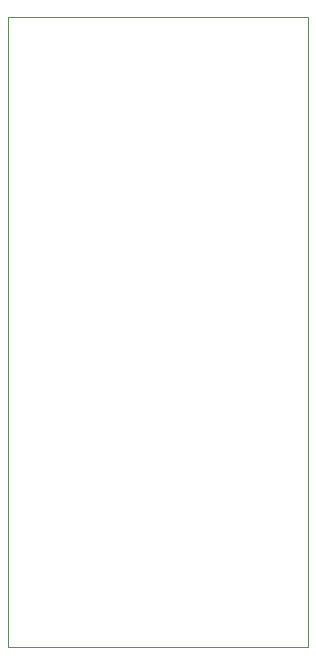
<source format=gbr>
%TF.GenerationSoftware,KiCad,Pcbnew,8.0.3-8.0.3-0~ubuntu22.04.1*%
%TF.CreationDate,2024-07-27T12:22:20+09:00*%
%TF.ProjectId,IMUModule_STM32,494d554d-6f64-4756-9c65-5f53544d3332,rev?*%
%TF.SameCoordinates,Original*%
%TF.FileFunction,Profile,NP*%
%FSLAX46Y46*%
G04 Gerber Fmt 4.6, Leading zero omitted, Abs format (unit mm)*
G04 Created by KiCad (PCBNEW 8.0.3-8.0.3-0~ubuntu22.04.1) date 2024-07-27 12:22:20*
%MOMM*%
%LPD*%
G01*
G04 APERTURE LIST*
%TA.AperFunction,Profile*%
%ADD10C,0.100000*%
%TD*%
G04 APERTURE END LIST*
D10*
X0Y0D02*
X25400000Y0D01*
X0Y-53340000D02*
X0Y0D01*
X25400000Y-53340000D02*
X0Y-53340000D01*
X25400000Y0D02*
X25400000Y-53340000D01*
M02*

</source>
